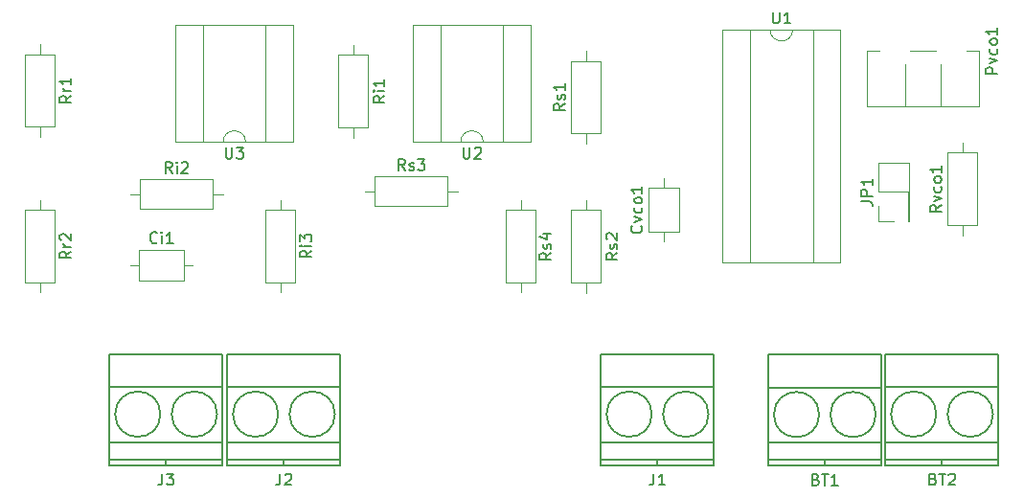
<source format=gbr>
G04 #@! TF.FileFunction,Legend,Top*
%FSLAX46Y46*%
G04 Gerber Fmt 4.6, Leading zero omitted, Abs format (unit mm)*
G04 Created by KiCad (PCBNEW 4.0.6) date 09/01/17 13:25:39*
%MOMM*%
%LPD*%
G01*
G04 APERTURE LIST*
%ADD10C,0.100000*%
%ADD11C,0.150000*%
%ADD12C,0.120000*%
G04 APERTURE END LIST*
D10*
D11*
X223734000Y-152944000D02*
X223734000Y-153444000D01*
X228234000Y-148944000D02*
G75*
G03X228234000Y-148944000I-2000000J0D01*
G01*
X223234000Y-148944000D02*
G75*
G03X223234000Y-148944000I-2000000J0D01*
G01*
X218734000Y-151444000D02*
X228734000Y-151444000D01*
X218734000Y-146544000D02*
X228734000Y-146544000D01*
X218734000Y-152944000D02*
X228734000Y-152944000D01*
X218734000Y-153444000D02*
X228734000Y-153444000D01*
X228734000Y-153444000D02*
X228734000Y-143644000D01*
X228734000Y-143644000D02*
X218734000Y-143644000D01*
X218734000Y-143644000D02*
X218734000Y-153444000D01*
X213375000Y-152975000D02*
X213375000Y-153475000D01*
X217875000Y-148975000D02*
G75*
G03X217875000Y-148975000I-2000000J0D01*
G01*
X212875000Y-148975000D02*
G75*
G03X212875000Y-148975000I-2000000J0D01*
G01*
X208375000Y-151475000D02*
X218375000Y-151475000D01*
X208375000Y-146575000D02*
X218375000Y-146575000D01*
X208375000Y-152975000D02*
X218375000Y-152975000D01*
X208375000Y-153475000D02*
X218375000Y-153475000D01*
X218375000Y-153475000D02*
X218375000Y-143675000D01*
X218375000Y-143675000D02*
X208375000Y-143675000D01*
X208375000Y-143675000D02*
X208375000Y-153475000D01*
D12*
X152790000Y-134390000D02*
X152790000Y-137110000D01*
X152790000Y-137110000D02*
X156710000Y-137110000D01*
X156710000Y-137110000D02*
X156710000Y-134390000D01*
X156710000Y-134390000D02*
X152790000Y-134390000D01*
X151980000Y-135750000D02*
X152790000Y-135750000D01*
X157520000Y-135750000D02*
X156710000Y-135750000D01*
X197776000Y-132830000D02*
X200496000Y-132830000D01*
X200496000Y-132830000D02*
X200496000Y-128910000D01*
X200496000Y-128910000D02*
X197776000Y-128910000D01*
X197776000Y-128910000D02*
X197776000Y-132830000D01*
X199136000Y-133640000D02*
X199136000Y-132830000D01*
X199136000Y-128100000D02*
X199136000Y-128910000D01*
X220786000Y-131886000D02*
X220786000Y-126686000D01*
X220726000Y-131886000D02*
X220786000Y-131886000D01*
X218126000Y-126686000D02*
X220786000Y-126686000D01*
X220726000Y-131886000D02*
X220726000Y-129286000D01*
X220726000Y-129286000D02*
X218126000Y-129286000D01*
X218126000Y-129286000D02*
X218126000Y-126686000D01*
X219456000Y-131886000D02*
X218126000Y-131886000D01*
X218126000Y-131886000D02*
X218126000Y-130556000D01*
X173014000Y-117186000D02*
X170394000Y-117186000D01*
X170394000Y-117186000D02*
X170394000Y-123606000D01*
X170394000Y-123606000D02*
X173014000Y-123606000D01*
X173014000Y-123606000D02*
X173014000Y-117186000D01*
X171704000Y-116296000D02*
X171704000Y-117186000D01*
X171704000Y-124496000D02*
X171704000Y-123606000D01*
X152870000Y-128190000D02*
X152870000Y-130810000D01*
X152870000Y-130810000D02*
X159290000Y-130810000D01*
X159290000Y-130810000D02*
X159290000Y-128190000D01*
X159290000Y-128190000D02*
X152870000Y-128190000D01*
X151980000Y-129500000D02*
X152870000Y-129500000D01*
X160180000Y-129500000D02*
X159290000Y-129500000D01*
X166560000Y-130870000D02*
X163940000Y-130870000D01*
X163940000Y-130870000D02*
X163940000Y-137290000D01*
X163940000Y-137290000D02*
X166560000Y-137290000D01*
X166560000Y-137290000D02*
X166560000Y-130870000D01*
X165250000Y-129980000D02*
X165250000Y-130870000D01*
X165250000Y-138180000D02*
X165250000Y-137290000D01*
X145310000Y-117120000D02*
X142690000Y-117120000D01*
X142690000Y-117120000D02*
X142690000Y-123540000D01*
X142690000Y-123540000D02*
X145310000Y-123540000D01*
X145310000Y-123540000D02*
X145310000Y-117120000D01*
X144000000Y-116230000D02*
X144000000Y-117120000D01*
X144000000Y-124430000D02*
X144000000Y-123540000D01*
X145310000Y-130870000D02*
X142690000Y-130870000D01*
X142690000Y-130870000D02*
X142690000Y-137290000D01*
X142690000Y-137290000D02*
X145310000Y-137290000D01*
X145310000Y-137290000D02*
X145310000Y-130870000D01*
X144000000Y-129980000D02*
X144000000Y-130870000D01*
X144000000Y-138180000D02*
X144000000Y-137290000D01*
X190940000Y-124130000D02*
X193560000Y-124130000D01*
X193560000Y-124130000D02*
X193560000Y-117710000D01*
X193560000Y-117710000D02*
X190940000Y-117710000D01*
X190940000Y-117710000D02*
X190940000Y-124130000D01*
X192250000Y-125020000D02*
X192250000Y-124130000D01*
X192250000Y-116820000D02*
X192250000Y-117710000D01*
X193588000Y-130902000D02*
X190968000Y-130902000D01*
X190968000Y-130902000D02*
X190968000Y-137322000D01*
X190968000Y-137322000D02*
X193588000Y-137322000D01*
X193588000Y-137322000D02*
X193588000Y-130902000D01*
X192278000Y-130012000D02*
X192278000Y-130902000D01*
X192278000Y-138212000D02*
X192278000Y-137322000D01*
X173620000Y-127940000D02*
X173620000Y-130560000D01*
X173620000Y-130560000D02*
X180040000Y-130560000D01*
X180040000Y-130560000D02*
X180040000Y-127940000D01*
X180040000Y-127940000D02*
X173620000Y-127940000D01*
X172730000Y-129250000D02*
X173620000Y-129250000D01*
X180930000Y-129250000D02*
X180040000Y-129250000D01*
X187810000Y-130870000D02*
X185190000Y-130870000D01*
X185190000Y-130870000D02*
X185190000Y-137290000D01*
X185190000Y-137290000D02*
X187810000Y-137290000D01*
X187810000Y-137290000D02*
X187810000Y-130870000D01*
X186500000Y-129980000D02*
X186500000Y-130870000D01*
X186500000Y-138180000D02*
X186500000Y-137290000D01*
X224242000Y-132242000D02*
X226862000Y-132242000D01*
X226862000Y-132242000D02*
X226862000Y-125822000D01*
X226862000Y-125822000D02*
X224242000Y-125822000D01*
X224242000Y-125822000D02*
X224242000Y-132242000D01*
X225552000Y-133132000D02*
X225552000Y-132242000D01*
X225552000Y-124932000D02*
X225552000Y-125822000D01*
X208550000Y-114942000D02*
X206780000Y-114942000D01*
X206780000Y-114942000D02*
X206780000Y-135502000D01*
X206780000Y-135502000D02*
X212320000Y-135502000D01*
X212320000Y-135502000D02*
X212320000Y-114942000D01*
X212320000Y-114942000D02*
X210550000Y-114942000D01*
X204350000Y-114942000D02*
X204350000Y-135502000D01*
X204350000Y-135502000D02*
X214750000Y-135502000D01*
X214750000Y-135502000D02*
X214750000Y-114942000D01*
X214750000Y-114942000D02*
X204350000Y-114942000D01*
X210550000Y-114942000D02*
G75*
G02X208550000Y-114942000I-1000000J0D01*
G01*
X183190000Y-124890000D02*
X184960000Y-124890000D01*
X184960000Y-124890000D02*
X184960000Y-114490000D01*
X184960000Y-114490000D02*
X179420000Y-114490000D01*
X179420000Y-114490000D02*
X179420000Y-124890000D01*
X179420000Y-124890000D02*
X181190000Y-124890000D01*
X187390000Y-124890000D02*
X187390000Y-114490000D01*
X187390000Y-114490000D02*
X176990000Y-114490000D01*
X176990000Y-114490000D02*
X176990000Y-124890000D01*
X176990000Y-124890000D02*
X187390000Y-124890000D01*
X181190000Y-124890000D02*
G75*
G02X183190000Y-124890000I1000000J0D01*
G01*
X162190000Y-124890000D02*
X163960000Y-124890000D01*
X163960000Y-124890000D02*
X163960000Y-114490000D01*
X163960000Y-114490000D02*
X158420000Y-114490000D01*
X158420000Y-114490000D02*
X158420000Y-124890000D01*
X158420000Y-124890000D02*
X160190000Y-124890000D01*
X166390000Y-124890000D02*
X166390000Y-114490000D01*
X166390000Y-114490000D02*
X155990000Y-114490000D01*
X155990000Y-114490000D02*
X155990000Y-124890000D01*
X155990000Y-124890000D02*
X166390000Y-124890000D01*
X160190000Y-124890000D02*
G75*
G02X162190000Y-124890000I1000000J0D01*
G01*
D11*
X198588000Y-152944000D02*
X198588000Y-153444000D01*
X203088000Y-148944000D02*
G75*
G03X203088000Y-148944000I-2000000J0D01*
G01*
X198088000Y-148944000D02*
G75*
G03X198088000Y-148944000I-2000000J0D01*
G01*
X193588000Y-151444000D02*
X203588000Y-151444000D01*
X193588000Y-146544000D02*
X203588000Y-146544000D01*
X193588000Y-152944000D02*
X203588000Y-152944000D01*
X193588000Y-153444000D02*
X203588000Y-153444000D01*
X203588000Y-153444000D02*
X203588000Y-143644000D01*
X203588000Y-143644000D02*
X193588000Y-143644000D01*
X193588000Y-143644000D02*
X193588000Y-153444000D01*
X165568000Y-152944000D02*
X165568000Y-153444000D01*
X170068000Y-148944000D02*
G75*
G03X170068000Y-148944000I-2000000J0D01*
G01*
X165068000Y-148944000D02*
G75*
G03X165068000Y-148944000I-2000000J0D01*
G01*
X160568000Y-151444000D02*
X170568000Y-151444000D01*
X160568000Y-146544000D02*
X170568000Y-146544000D01*
X160568000Y-152944000D02*
X170568000Y-152944000D01*
X160568000Y-153444000D02*
X170568000Y-153444000D01*
X170568000Y-153444000D02*
X170568000Y-143644000D01*
X170568000Y-143644000D02*
X160568000Y-143644000D01*
X160568000Y-143644000D02*
X160568000Y-153444000D01*
X155154000Y-152944000D02*
X155154000Y-153444000D01*
X159654000Y-148944000D02*
G75*
G03X159654000Y-148944000I-2000000J0D01*
G01*
X154654000Y-148944000D02*
G75*
G03X154654000Y-148944000I-2000000J0D01*
G01*
X150154000Y-151444000D02*
X160154000Y-151444000D01*
X150154000Y-146544000D02*
X160154000Y-146544000D01*
X150154000Y-152944000D02*
X160154000Y-152944000D01*
X150154000Y-153444000D02*
X160154000Y-153444000D01*
X160154000Y-153444000D02*
X160154000Y-143644000D01*
X160154000Y-143644000D02*
X150154000Y-143644000D01*
X150154000Y-143644000D02*
X150154000Y-153444000D01*
D12*
X226997000Y-116779000D02*
X226997000Y-121700000D01*
X217076000Y-116779000D02*
X217076000Y-121700000D01*
X226997000Y-121700000D02*
X217076000Y-121700000D01*
X218171000Y-116779000D02*
X217076000Y-116779000D01*
X226997000Y-116779000D02*
X225901000Y-116779000D01*
X223171000Y-116779000D02*
X220901000Y-116779000D01*
X223596000Y-118025000D02*
X223596000Y-121700000D01*
X220475000Y-118025000D02*
X220475000Y-121700000D01*
X223171000Y-116779000D02*
X220901000Y-116779000D01*
X223596000Y-121700000D02*
X220475000Y-121700000D01*
D11*
X222948286Y-154672571D02*
X223091143Y-154720190D01*
X223138762Y-154767810D01*
X223186381Y-154863048D01*
X223186381Y-155005905D01*
X223138762Y-155101143D01*
X223091143Y-155148762D01*
X222995905Y-155196381D01*
X222614952Y-155196381D01*
X222614952Y-154196381D01*
X222948286Y-154196381D01*
X223043524Y-154244000D01*
X223091143Y-154291619D01*
X223138762Y-154386857D01*
X223138762Y-154482095D01*
X223091143Y-154577333D01*
X223043524Y-154624952D01*
X222948286Y-154672571D01*
X222614952Y-154672571D01*
X223472095Y-154196381D02*
X224043524Y-154196381D01*
X223757809Y-155196381D02*
X223757809Y-154196381D01*
X224329238Y-154291619D02*
X224376857Y-154244000D01*
X224472095Y-154196381D01*
X224710191Y-154196381D01*
X224805429Y-154244000D01*
X224853048Y-154291619D01*
X224900667Y-154386857D01*
X224900667Y-154482095D01*
X224853048Y-154624952D01*
X224281619Y-155196381D01*
X224900667Y-155196381D01*
X212589286Y-154703571D02*
X212732143Y-154751190D01*
X212779762Y-154798810D01*
X212827381Y-154894048D01*
X212827381Y-155036905D01*
X212779762Y-155132143D01*
X212732143Y-155179762D01*
X212636905Y-155227381D01*
X212255952Y-155227381D01*
X212255952Y-154227381D01*
X212589286Y-154227381D01*
X212684524Y-154275000D01*
X212732143Y-154322619D01*
X212779762Y-154417857D01*
X212779762Y-154513095D01*
X212732143Y-154608333D01*
X212684524Y-154655952D01*
X212589286Y-154703571D01*
X212255952Y-154703571D01*
X213113095Y-154227381D02*
X213684524Y-154227381D01*
X213398809Y-155227381D02*
X213398809Y-154227381D01*
X214541667Y-155227381D02*
X213970238Y-155227381D01*
X214255952Y-155227381D02*
X214255952Y-154227381D01*
X214160714Y-154370238D01*
X214065476Y-154465476D01*
X213970238Y-154513095D01*
X154345239Y-133747143D02*
X154297620Y-133794762D01*
X154154763Y-133842381D01*
X154059525Y-133842381D01*
X153916667Y-133794762D01*
X153821429Y-133699524D01*
X153773810Y-133604286D01*
X153726191Y-133413810D01*
X153726191Y-133270952D01*
X153773810Y-133080476D01*
X153821429Y-132985238D01*
X153916667Y-132890000D01*
X154059525Y-132842381D01*
X154154763Y-132842381D01*
X154297620Y-132890000D01*
X154345239Y-132937619D01*
X154773810Y-133842381D02*
X154773810Y-133175714D01*
X154773810Y-132842381D02*
X154726191Y-132890000D01*
X154773810Y-132937619D01*
X154821429Y-132890000D01*
X154773810Y-132842381D01*
X154773810Y-132937619D01*
X155773810Y-133842381D02*
X155202381Y-133842381D01*
X155488095Y-133842381D02*
X155488095Y-132842381D01*
X155392857Y-132985238D01*
X155297619Y-133080476D01*
X155202381Y-133128095D01*
X197133143Y-132298571D02*
X197180762Y-132346190D01*
X197228381Y-132489047D01*
X197228381Y-132584285D01*
X197180762Y-132727143D01*
X197085524Y-132822381D01*
X196990286Y-132870000D01*
X196799810Y-132917619D01*
X196656952Y-132917619D01*
X196466476Y-132870000D01*
X196371238Y-132822381D01*
X196276000Y-132727143D01*
X196228381Y-132584285D01*
X196228381Y-132489047D01*
X196276000Y-132346190D01*
X196323619Y-132298571D01*
X196561714Y-131965238D02*
X197228381Y-131727143D01*
X196561714Y-131489047D01*
X197180762Y-130679523D02*
X197228381Y-130774761D01*
X197228381Y-130965238D01*
X197180762Y-131060476D01*
X197133143Y-131108095D01*
X197037905Y-131155714D01*
X196752190Y-131155714D01*
X196656952Y-131108095D01*
X196609333Y-131060476D01*
X196561714Y-130965238D01*
X196561714Y-130774761D01*
X196609333Y-130679523D01*
X197228381Y-130108095D02*
X197180762Y-130203333D01*
X197133143Y-130250952D01*
X197037905Y-130298571D01*
X196752190Y-130298571D01*
X196656952Y-130250952D01*
X196609333Y-130203333D01*
X196561714Y-130108095D01*
X196561714Y-129965237D01*
X196609333Y-129869999D01*
X196656952Y-129822380D01*
X196752190Y-129774761D01*
X197037905Y-129774761D01*
X197133143Y-129822380D01*
X197180762Y-129869999D01*
X197228381Y-129965237D01*
X197228381Y-130108095D01*
X197228381Y-128822380D02*
X197228381Y-129393809D01*
X197228381Y-129108095D02*
X196228381Y-129108095D01*
X196371238Y-129203333D01*
X196466476Y-129298571D01*
X196514095Y-129393809D01*
X216578381Y-130119333D02*
X217292667Y-130119333D01*
X217435524Y-130166953D01*
X217530762Y-130262191D01*
X217578381Y-130405048D01*
X217578381Y-130500286D01*
X217578381Y-129643143D02*
X216578381Y-129643143D01*
X216578381Y-129262190D01*
X216626000Y-129166952D01*
X216673619Y-129119333D01*
X216768857Y-129071714D01*
X216911714Y-129071714D01*
X217006952Y-129119333D01*
X217054571Y-129166952D01*
X217102190Y-129262190D01*
X217102190Y-129643143D01*
X217578381Y-128119333D02*
X217578381Y-128690762D01*
X217578381Y-128405048D02*
X216578381Y-128405048D01*
X216721238Y-128500286D01*
X216816476Y-128595524D01*
X216864095Y-128690762D01*
X174466381Y-120800761D02*
X173990190Y-121134095D01*
X174466381Y-121372190D02*
X173466381Y-121372190D01*
X173466381Y-120991237D01*
X173514000Y-120895999D01*
X173561619Y-120848380D01*
X173656857Y-120800761D01*
X173799714Y-120800761D01*
X173894952Y-120848380D01*
X173942571Y-120895999D01*
X173990190Y-120991237D01*
X173990190Y-121372190D01*
X174466381Y-120372190D02*
X173799714Y-120372190D01*
X173466381Y-120372190D02*
X173514000Y-120419809D01*
X173561619Y-120372190D01*
X173514000Y-120324571D01*
X173466381Y-120372190D01*
X173561619Y-120372190D01*
X174466381Y-119372190D02*
X174466381Y-119943619D01*
X174466381Y-119657905D02*
X173466381Y-119657905D01*
X173609238Y-119753143D01*
X173704476Y-119848381D01*
X173752095Y-119943619D01*
X155675239Y-127642381D02*
X155341905Y-127166190D01*
X155103810Y-127642381D02*
X155103810Y-126642381D01*
X155484763Y-126642381D01*
X155580001Y-126690000D01*
X155627620Y-126737619D01*
X155675239Y-126832857D01*
X155675239Y-126975714D01*
X155627620Y-127070952D01*
X155580001Y-127118571D01*
X155484763Y-127166190D01*
X155103810Y-127166190D01*
X156103810Y-127642381D02*
X156103810Y-126975714D01*
X156103810Y-126642381D02*
X156056191Y-126690000D01*
X156103810Y-126737619D01*
X156151429Y-126690000D01*
X156103810Y-126642381D01*
X156103810Y-126737619D01*
X156532381Y-126737619D02*
X156580000Y-126690000D01*
X156675238Y-126642381D01*
X156913334Y-126642381D01*
X157008572Y-126690000D01*
X157056191Y-126737619D01*
X157103810Y-126832857D01*
X157103810Y-126928095D01*
X157056191Y-127070952D01*
X156484762Y-127642381D01*
X157103810Y-127642381D01*
X168012381Y-134484761D02*
X167536190Y-134818095D01*
X168012381Y-135056190D02*
X167012381Y-135056190D01*
X167012381Y-134675237D01*
X167060000Y-134579999D01*
X167107619Y-134532380D01*
X167202857Y-134484761D01*
X167345714Y-134484761D01*
X167440952Y-134532380D01*
X167488571Y-134579999D01*
X167536190Y-134675237D01*
X167536190Y-135056190D01*
X168012381Y-134056190D02*
X167345714Y-134056190D01*
X167012381Y-134056190D02*
X167060000Y-134103809D01*
X167107619Y-134056190D01*
X167060000Y-134008571D01*
X167012381Y-134056190D01*
X167107619Y-134056190D01*
X167012381Y-133675238D02*
X167012381Y-133056190D01*
X167393333Y-133389524D01*
X167393333Y-133246666D01*
X167440952Y-133151428D01*
X167488571Y-133103809D01*
X167583810Y-133056190D01*
X167821905Y-133056190D01*
X167917143Y-133103809D01*
X167964762Y-133151428D01*
X168012381Y-133246666D01*
X168012381Y-133532381D01*
X167964762Y-133627619D01*
X167917143Y-133675238D01*
X146762381Y-120806190D02*
X146286190Y-121139524D01*
X146762381Y-121377619D02*
X145762381Y-121377619D01*
X145762381Y-120996666D01*
X145810000Y-120901428D01*
X145857619Y-120853809D01*
X145952857Y-120806190D01*
X146095714Y-120806190D01*
X146190952Y-120853809D01*
X146238571Y-120901428D01*
X146286190Y-120996666D01*
X146286190Y-121377619D01*
X146762381Y-120377619D02*
X146095714Y-120377619D01*
X146286190Y-120377619D02*
X146190952Y-120330000D01*
X146143333Y-120282381D01*
X146095714Y-120187143D01*
X146095714Y-120091904D01*
X146762381Y-119234761D02*
X146762381Y-119806190D01*
X146762381Y-119520476D02*
X145762381Y-119520476D01*
X145905238Y-119615714D01*
X146000476Y-119710952D01*
X146048095Y-119806190D01*
X146762381Y-134556190D02*
X146286190Y-134889524D01*
X146762381Y-135127619D02*
X145762381Y-135127619D01*
X145762381Y-134746666D01*
X145810000Y-134651428D01*
X145857619Y-134603809D01*
X145952857Y-134556190D01*
X146095714Y-134556190D01*
X146190952Y-134603809D01*
X146238571Y-134651428D01*
X146286190Y-134746666D01*
X146286190Y-135127619D01*
X146762381Y-134127619D02*
X146095714Y-134127619D01*
X146286190Y-134127619D02*
X146190952Y-134080000D01*
X146143333Y-134032381D01*
X146095714Y-133937143D01*
X146095714Y-133841904D01*
X145857619Y-133556190D02*
X145810000Y-133508571D01*
X145762381Y-133413333D01*
X145762381Y-133175237D01*
X145810000Y-133079999D01*
X145857619Y-133032380D01*
X145952857Y-132984761D01*
X146048095Y-132984761D01*
X146190952Y-133032380D01*
X146762381Y-133603809D01*
X146762381Y-132984761D01*
X190392381Y-121491428D02*
X189916190Y-121824762D01*
X190392381Y-122062857D02*
X189392381Y-122062857D01*
X189392381Y-121681904D01*
X189440000Y-121586666D01*
X189487619Y-121539047D01*
X189582857Y-121491428D01*
X189725714Y-121491428D01*
X189820952Y-121539047D01*
X189868571Y-121586666D01*
X189916190Y-121681904D01*
X189916190Y-122062857D01*
X190344762Y-121110476D02*
X190392381Y-121015238D01*
X190392381Y-120824762D01*
X190344762Y-120729523D01*
X190249524Y-120681904D01*
X190201905Y-120681904D01*
X190106667Y-120729523D01*
X190059048Y-120824762D01*
X190059048Y-120967619D01*
X190011429Y-121062857D01*
X189916190Y-121110476D01*
X189868571Y-121110476D01*
X189773333Y-121062857D01*
X189725714Y-120967619D01*
X189725714Y-120824762D01*
X189773333Y-120729523D01*
X190392381Y-119729523D02*
X190392381Y-120300952D01*
X190392381Y-120015238D02*
X189392381Y-120015238D01*
X189535238Y-120110476D01*
X189630476Y-120205714D01*
X189678095Y-120300952D01*
X195040381Y-134683428D02*
X194564190Y-135016762D01*
X195040381Y-135254857D02*
X194040381Y-135254857D01*
X194040381Y-134873904D01*
X194088000Y-134778666D01*
X194135619Y-134731047D01*
X194230857Y-134683428D01*
X194373714Y-134683428D01*
X194468952Y-134731047D01*
X194516571Y-134778666D01*
X194564190Y-134873904D01*
X194564190Y-135254857D01*
X194992762Y-134302476D02*
X195040381Y-134207238D01*
X195040381Y-134016762D01*
X194992762Y-133921523D01*
X194897524Y-133873904D01*
X194849905Y-133873904D01*
X194754667Y-133921523D01*
X194707048Y-134016762D01*
X194707048Y-134159619D01*
X194659429Y-134254857D01*
X194564190Y-134302476D01*
X194516571Y-134302476D01*
X194421333Y-134254857D01*
X194373714Y-134159619D01*
X194373714Y-134016762D01*
X194421333Y-133921523D01*
X194135619Y-133492952D02*
X194088000Y-133445333D01*
X194040381Y-133350095D01*
X194040381Y-133111999D01*
X194088000Y-133016761D01*
X194135619Y-132969142D01*
X194230857Y-132921523D01*
X194326095Y-132921523D01*
X194468952Y-132969142D01*
X195040381Y-133540571D01*
X195040381Y-132921523D01*
X176258572Y-127392381D02*
X175925238Y-126916190D01*
X175687143Y-127392381D02*
X175687143Y-126392381D01*
X176068096Y-126392381D01*
X176163334Y-126440000D01*
X176210953Y-126487619D01*
X176258572Y-126582857D01*
X176258572Y-126725714D01*
X176210953Y-126820952D01*
X176163334Y-126868571D01*
X176068096Y-126916190D01*
X175687143Y-126916190D01*
X176639524Y-127344762D02*
X176734762Y-127392381D01*
X176925238Y-127392381D01*
X177020477Y-127344762D01*
X177068096Y-127249524D01*
X177068096Y-127201905D01*
X177020477Y-127106667D01*
X176925238Y-127059048D01*
X176782381Y-127059048D01*
X176687143Y-127011429D01*
X176639524Y-126916190D01*
X176639524Y-126868571D01*
X176687143Y-126773333D01*
X176782381Y-126725714D01*
X176925238Y-126725714D01*
X177020477Y-126773333D01*
X177401429Y-126392381D02*
X178020477Y-126392381D01*
X177687143Y-126773333D01*
X177830001Y-126773333D01*
X177925239Y-126820952D01*
X177972858Y-126868571D01*
X178020477Y-126963810D01*
X178020477Y-127201905D01*
X177972858Y-127297143D01*
X177925239Y-127344762D01*
X177830001Y-127392381D01*
X177544286Y-127392381D01*
X177449048Y-127344762D01*
X177401429Y-127297143D01*
X189174381Y-134683428D02*
X188698190Y-135016762D01*
X189174381Y-135254857D02*
X188174381Y-135254857D01*
X188174381Y-134873904D01*
X188222000Y-134778666D01*
X188269619Y-134731047D01*
X188364857Y-134683428D01*
X188507714Y-134683428D01*
X188602952Y-134731047D01*
X188650571Y-134778666D01*
X188698190Y-134873904D01*
X188698190Y-135254857D01*
X189126762Y-134302476D02*
X189174381Y-134207238D01*
X189174381Y-134016762D01*
X189126762Y-133921523D01*
X189031524Y-133873904D01*
X188983905Y-133873904D01*
X188888667Y-133921523D01*
X188841048Y-134016762D01*
X188841048Y-134159619D01*
X188793429Y-134254857D01*
X188698190Y-134302476D01*
X188650571Y-134302476D01*
X188555333Y-134254857D01*
X188507714Y-134159619D01*
X188507714Y-134016762D01*
X188555333Y-133921523D01*
X188507714Y-133016761D02*
X189174381Y-133016761D01*
X188126762Y-133254857D02*
X188841048Y-133492952D01*
X188841048Y-132873904D01*
X223694381Y-130460571D02*
X223218190Y-130793905D01*
X223694381Y-131032000D02*
X222694381Y-131032000D01*
X222694381Y-130651047D01*
X222742000Y-130555809D01*
X222789619Y-130508190D01*
X222884857Y-130460571D01*
X223027714Y-130460571D01*
X223122952Y-130508190D01*
X223170571Y-130555809D01*
X223218190Y-130651047D01*
X223218190Y-131032000D01*
X223027714Y-130127238D02*
X223694381Y-129889143D01*
X223027714Y-129651047D01*
X223646762Y-128841523D02*
X223694381Y-128936761D01*
X223694381Y-129127238D01*
X223646762Y-129222476D01*
X223599143Y-129270095D01*
X223503905Y-129317714D01*
X223218190Y-129317714D01*
X223122952Y-129270095D01*
X223075333Y-129222476D01*
X223027714Y-129127238D01*
X223027714Y-128936761D01*
X223075333Y-128841523D01*
X223694381Y-128270095D02*
X223646762Y-128365333D01*
X223599143Y-128412952D01*
X223503905Y-128460571D01*
X223218190Y-128460571D01*
X223122952Y-128412952D01*
X223075333Y-128365333D01*
X223027714Y-128270095D01*
X223027714Y-128127237D01*
X223075333Y-128031999D01*
X223122952Y-127984380D01*
X223218190Y-127936761D01*
X223503905Y-127936761D01*
X223599143Y-127984380D01*
X223646762Y-128031999D01*
X223694381Y-128127237D01*
X223694381Y-128270095D01*
X223694381Y-126984380D02*
X223694381Y-127555809D01*
X223694381Y-127270095D02*
X222694381Y-127270095D01*
X222837238Y-127365333D01*
X222932476Y-127460571D01*
X222980095Y-127555809D01*
X208788095Y-113394381D02*
X208788095Y-114203905D01*
X208835714Y-114299143D01*
X208883333Y-114346762D01*
X208978571Y-114394381D01*
X209169048Y-114394381D01*
X209264286Y-114346762D01*
X209311905Y-114299143D01*
X209359524Y-114203905D01*
X209359524Y-113394381D01*
X210359524Y-114394381D02*
X209788095Y-114394381D01*
X210073809Y-114394381D02*
X210073809Y-113394381D01*
X209978571Y-113537238D01*
X209883333Y-113632476D01*
X209788095Y-113680095D01*
X181428095Y-125342381D02*
X181428095Y-126151905D01*
X181475714Y-126247143D01*
X181523333Y-126294762D01*
X181618571Y-126342381D01*
X181809048Y-126342381D01*
X181904286Y-126294762D01*
X181951905Y-126247143D01*
X181999524Y-126151905D01*
X181999524Y-125342381D01*
X182428095Y-125437619D02*
X182475714Y-125390000D01*
X182570952Y-125342381D01*
X182809048Y-125342381D01*
X182904286Y-125390000D01*
X182951905Y-125437619D01*
X182999524Y-125532857D01*
X182999524Y-125628095D01*
X182951905Y-125770952D01*
X182380476Y-126342381D01*
X182999524Y-126342381D01*
X160428095Y-125342381D02*
X160428095Y-126151905D01*
X160475714Y-126247143D01*
X160523333Y-126294762D01*
X160618571Y-126342381D01*
X160809048Y-126342381D01*
X160904286Y-126294762D01*
X160951905Y-126247143D01*
X160999524Y-126151905D01*
X160999524Y-125342381D01*
X161380476Y-125342381D02*
X161999524Y-125342381D01*
X161666190Y-125723333D01*
X161809048Y-125723333D01*
X161904286Y-125770952D01*
X161951905Y-125818571D01*
X161999524Y-125913810D01*
X161999524Y-126151905D01*
X161951905Y-126247143D01*
X161904286Y-126294762D01*
X161809048Y-126342381D01*
X161523333Y-126342381D01*
X161428095Y-126294762D01*
X161380476Y-126247143D01*
X198254667Y-154196381D02*
X198254667Y-154910667D01*
X198207047Y-155053524D01*
X198111809Y-155148762D01*
X197968952Y-155196381D01*
X197873714Y-155196381D01*
X199254667Y-155196381D02*
X198683238Y-155196381D01*
X198968952Y-155196381D02*
X198968952Y-154196381D01*
X198873714Y-154339238D01*
X198778476Y-154434476D01*
X198683238Y-154482095D01*
X165234667Y-154196381D02*
X165234667Y-154910667D01*
X165187047Y-155053524D01*
X165091809Y-155148762D01*
X164948952Y-155196381D01*
X164853714Y-155196381D01*
X165663238Y-154291619D02*
X165710857Y-154244000D01*
X165806095Y-154196381D01*
X166044191Y-154196381D01*
X166139429Y-154244000D01*
X166187048Y-154291619D01*
X166234667Y-154386857D01*
X166234667Y-154482095D01*
X166187048Y-154624952D01*
X165615619Y-155196381D01*
X166234667Y-155196381D01*
X154820667Y-154196381D02*
X154820667Y-154910667D01*
X154773047Y-155053524D01*
X154677809Y-155148762D01*
X154534952Y-155196381D01*
X154439714Y-155196381D01*
X155201619Y-154196381D02*
X155820667Y-154196381D01*
X155487333Y-154577333D01*
X155630191Y-154577333D01*
X155725429Y-154624952D01*
X155773048Y-154672571D01*
X155820667Y-154767810D01*
X155820667Y-155005905D01*
X155773048Y-155101143D01*
X155725429Y-155148762D01*
X155630191Y-155196381D01*
X155344476Y-155196381D01*
X155249238Y-155148762D01*
X155201619Y-155101143D01*
X228638381Y-118840000D02*
X227638381Y-118840000D01*
X227638381Y-118459047D01*
X227686000Y-118363809D01*
X227733619Y-118316190D01*
X227828857Y-118268571D01*
X227971714Y-118268571D01*
X228066952Y-118316190D01*
X228114571Y-118363809D01*
X228162190Y-118459047D01*
X228162190Y-118840000D01*
X227971714Y-117935238D02*
X228638381Y-117697143D01*
X227971714Y-117459047D01*
X228590762Y-116649523D02*
X228638381Y-116744761D01*
X228638381Y-116935238D01*
X228590762Y-117030476D01*
X228543143Y-117078095D01*
X228447905Y-117125714D01*
X228162190Y-117125714D01*
X228066952Y-117078095D01*
X228019333Y-117030476D01*
X227971714Y-116935238D01*
X227971714Y-116744761D01*
X228019333Y-116649523D01*
X228638381Y-116078095D02*
X228590762Y-116173333D01*
X228543143Y-116220952D01*
X228447905Y-116268571D01*
X228162190Y-116268571D01*
X228066952Y-116220952D01*
X228019333Y-116173333D01*
X227971714Y-116078095D01*
X227971714Y-115935237D01*
X228019333Y-115839999D01*
X228066952Y-115792380D01*
X228162190Y-115744761D01*
X228447905Y-115744761D01*
X228543143Y-115792380D01*
X228590762Y-115839999D01*
X228638381Y-115935237D01*
X228638381Y-116078095D01*
X228638381Y-114792380D02*
X228638381Y-115363809D01*
X228638381Y-115078095D02*
X227638381Y-115078095D01*
X227781238Y-115173333D01*
X227876476Y-115268571D01*
X227924095Y-115363809D01*
M02*

</source>
